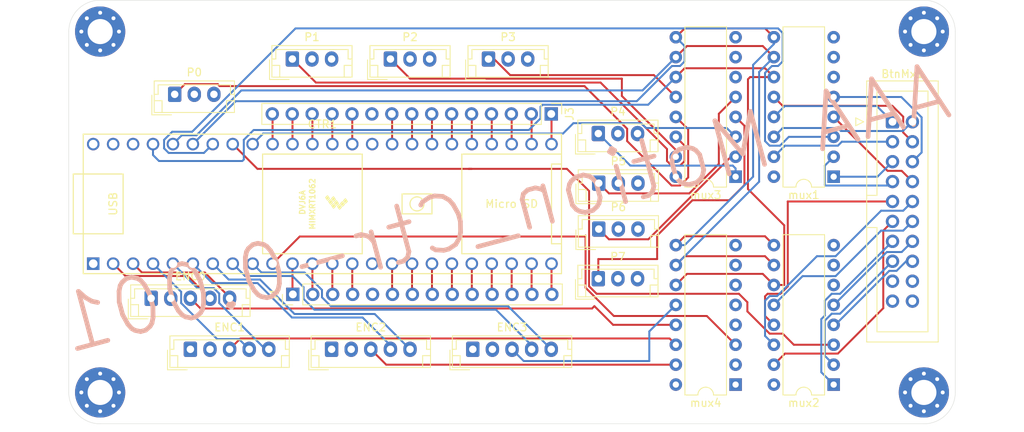
<source format=kicad_pcb>
(kicad_pcb (version 20171130) (host pcbnew 5.1.10)
  (title_block (title "A³Pandemic - A³motion") (date 2021-08-04) (rev v.0.1) (company "A³ Ambisonic Audio Adventures (Haftungsbeschränkt) UG & Co. KG"))
  (layers (0 F.Cu signal) (1 In1.Cu signal) (2 In2.Cu signal) (31 B.Cu signal) (34 B.Paste user) (35 F.Paste user) (36 B.SilkS user) (37 F.SilkS user) (38 B.Mask user) (39 F.Mask user) (44 Edge.Cuts user))
  (net 0 "")
  (net 1 "Net-(BtnMx1-Pad1)")
  (net 2 "Net-(BtnMx1-Pad3)")
  (net 3 "Net-(BtnMx1-Pad5)")
  (net 4 "Net-(BtnMx1-Pad7)")
  (net 5 "Net-(BtnMx1-Pad9)")
  (net 6 "Net-(BtnMx1-Pad11)")
  (net 7 "Net-(BtnMx1-Pad13)")
  (net 8 "Net-(BtnMx1-Pad15)")
  (net 9 "Net-(BtnMx1-Pad17)")
  (net 10 GND)
  (net 11 "Net-(BtnMx1-Pad2)")
  (net 12 "Net-(BtnMx1-Pad4)")
  (net 13 "Net-(BtnMx1-Pad6)")
  (net 14 "Net-(BtnMx1-Pad8)")
  (net 15 "Net-(BtnMx1-Pad10)")
  (net 16 "Net-(BtnMx1-Pad12)")
  (net 17 "Net-(BtnMx1-Pad14)")
  (net 18 "Net-(BtnMx1-Pad16)")
  (net 19 "Net-(BtnMx1-Pad18)")
  (net 20 +3V3)
  (net 21 "Net-(CTR1-Pad48)")
  (net 22 s0)
  (net 23 s1)
  (net 24 s2)
  (net 25 mux_btnMx1)
  (net 26 mux_btnMx2)
  (net 27 mux_porty)
  (net 28 "Net-(CTR1-Pad39)")
  (net 29 "Net-(CTR1-Pad38)")
  (net 30 "Net-(CTR1-Pad37)")
  (net 31 "Net-(CTR1-Pad36)")
  (net 32 "Net-(CTR1-Pad35)")
  (net 33 rEnc0_DT)
  (net 34 rEnc0_CLK)
  (net 35 rEnc1_DT)
  (net 36 rEnc1_CLK)
  (net 37 rEnc2_DT)
  (net 38 rEnc2_CLK)
  (net 39 rEnc3_DT)
  (net 40 rEnc3_CLK)
  (net 41 mux_btn_rEnc)
  (net 42 "Net-(CTR1-Pad11)")
  (net 43 "Net-(CTR1-Pad12)")
  (net 44 "Net-(CTR1-Pad13)")
  (net 45 "Net-(CTR1-Pad33)")
  (net 46 "Net-(CTR1-Pad32)")
  (net 47 "Net-(CTR1-Pad31)")
  (net 48 "Net-(CTR1-Pad30)")
  (net 49 "Net-(CTR1-Pad29)")
  (net 50 "Net-(CTR1-Pad28)")
  (net 51 "Net-(CTR1-Pad27)")
  (net 52 "Net-(CTR1-Pad26)")
  (net 53 "Net-(CTR1-Pad25)")
  (net 54 "Net-(CTR1-Pad24)")
  (net 55 "Net-(CTR1-Pad23)")
  (net 56 "Net-(CTR1-Pad22)")
  (net 57 "Net-(CTR1-Pad21)")
  (net 58 "Net-(CTR1-Pad14)")
  (net 59 "Net-(CTR1-Pad16)")
  (net 60 "Net-(CTR1-Pad20)")
  (net 61 "Net-(CTR1-Pad19)")
  (net 62 "Net-(CTR1-Pad18)")
  (net 63 "Net-(CTR1-Pad17)")
  (net 64 "Net-(ENC0-Pad3)")
  (net 65 "Net-(ENC1-Pad3)")
  (net 66 "Net-(ENC2-Pad3)")
  (net 67 "Net-(ENC3-Pad3)")
  (net 68 "Net-(P4-Pad1)")
  (net 69 "Net-(P6-Pad1)")
  (net 70 "Net-(P7-Pad1)")
  (net 71 "Net-(P3-Pad1)")
  (net 72 "Net-(P5-Pad1)")
  (net 73 "Net-(P0-Pad1)")
  (net 74 "Net-(P1-Pad1)")
  (net 75 "Net-(P2-Pad1)")
  (net 76 "Net-(mux4-Pad5)")
  (net 77 "Net-(mux4-Pad4)")
  (net 78 "Net-(mux4-Pad2)")
  (net 79 "Net-(mux4-Pad1)")
  (module teensy:Teensy41_my (layer F.Cu) (at 110.825001 58.965001)
    (fp_text reference CTR1 (at 0 -10.16) (layer F.SilkS))
    (fp_text value Teensy4.1)
    (fp_text user USB (at -26.67 0 270) (layer F.SilkS))
    (fp_text user "Micro SD" (at 24.13 0) (layer F.SilkS))
    (fp_text user MIMXRT1062 (at -1.27 0 -90) (layer F.SilkS) (effects (font (size 0.7 0.7))))
    (fp_text user DVJ6A (at -2.54 -0.18 -90) (layer F.SilkS) (effects (font (size 0.7 0.7))))
    (pad 17 thru_hole circle (at 11.43 7.62) (size 1.6 1.6) (drill 1.1) (layers *.Cu *.Mask) (net 63 "Net-(CTR1-Pad17)"))
    (pad 18 thru_hole circle (at 13.97 7.62) (size 1.6 1.6) (drill 1.1) (layers *.Cu *.Mask) (net 62 "Net-(CTR1-Pad18)"))
    (pad 19 thru_hole circle (at 16.51 7.62) (size 1.6 1.6) (drill 1.1) (layers *.Cu *.Mask) (net 61 "Net-(CTR1-Pad19)"))
    (pad 20 thru_hole circle (at 19.05 7.62) (size 1.6 1.6) (drill 1.1) (layers *.Cu *.Mask) (net 60 "Net-(CTR1-Pad20)"))
    (pad 16 thru_hole circle (at 8.89 7.62) (size 1.6 1.6) (drill 1.1) (layers *.Cu *.Mask) (net 59 "Net-(CTR1-Pad16)"))
    (pad 15 thru_hole circle (at 6.35 7.62) (size 1.6 1.6) (drill 1.1) (layers *.Cu *.Mask) (net 20 +3V3))
    (pad 14 thru_hole circle (at 3.81 7.62) (size 1.6 1.6) (drill 1.1) (layers *.Cu *.Mask) (net 58 "Net-(CTR1-Pad14)"))
    (pad 21 thru_hole circle (at 21.59 7.62) (size 1.6 1.6) (drill 1.1) (layers *.Cu *.Mask) (net 57 "Net-(CTR1-Pad21)"))
    (pad 22 thru_hole circle (at 24.13 7.62) (size 1.6 1.6) (drill 1.1) (layers *.Cu *.Mask) (net 56 "Net-(CTR1-Pad22)"))
    (pad 23 thru_hole circle (at 26.67 7.62) (size 1.6 1.6) (drill 1.1) (layers *.Cu *.Mask) (net 55 "Net-(CTR1-Pad23)"))
    (pad 24 thru_hole circle (at 29.21 7.62) (size 1.6 1.6) (drill 1.1) (layers *.Cu *.Mask) (net 54 "Net-(CTR1-Pad24)"))
    (pad 25 thru_hole circle (at 29.21 -7.62) (size 1.6 1.6) (drill 1.1) (layers *.Cu *.Mask) (net 53 "Net-(CTR1-Pad25)"))
    (pad 26 thru_hole circle (at 26.67 -7.62) (size 1.6 1.6) (drill 1.1) (layers *.Cu *.Mask) (net 52 "Net-(CTR1-Pad26)"))
    (pad 27 thru_hole circle (at 24.13 -7.62) (size 1.6 1.6) (drill 1.1) (layers *.Cu *.Mask) (net 51 "Net-(CTR1-Pad27)"))
    (pad 28 thru_hole circle (at 21.59 -7.62) (size 1.6 1.6) (drill 1.1) (layers *.Cu *.Mask) (net 50 "Net-(CTR1-Pad28)"))
    (pad 29 thru_hole circle (at 19.05 -7.62) (size 1.6 1.6) (drill 1.1) (layers *.Cu *.Mask) (net 49 "Net-(CTR1-Pad29)"))
    (pad 30 thru_hole circle (at 16.51 -7.62) (size 1.6 1.6) (drill 1.1) (layers *.Cu *.Mask) (net 48 "Net-(CTR1-Pad30)"))
    (pad 31 thru_hole circle (at 13.97 -7.62) (size 1.6 1.6) (drill 1.1) (layers *.Cu *.Mask) (net 47 "Net-(CTR1-Pad31)"))
    (pad 32 thru_hole circle (at 11.43 -7.62) (size 1.6 1.6) (drill 1.1) (layers *.Cu *.Mask) (net 46 "Net-(CTR1-Pad32)"))
    (pad 33 thru_hole circle (at 8.89 -7.62) (size 1.6 1.6) (drill 1.1) (layers *.Cu *.Mask) (net 45 "Net-(CTR1-Pad33)"))
    (pad 34 thru_hole circle (at 6.35 -7.62) (size 1.6 1.6) (drill 1.1) (layers *.Cu *.Mask) (net 10 GND))
    (pad 13 thru_hole circle (at 1.27 7.62) (size 1.6 1.6) (drill 1.1) (layers *.Cu *.Mask) (net 44 "Net-(CTR1-Pad13)"))
    (pad 12 thru_hole circle (at -1.27 7.62) (size 1.6 1.6) (drill 1.1) (layers *.Cu *.Mask) (net 43 "Net-(CTR1-Pad12)"))
    (pad 11 thru_hole circle (at -3.81 7.62) (size 1.6 1.6) (drill 1.1) (layers *.Cu *.Mask) (net 42 "Net-(CTR1-Pad11)"))
    (pad 10 thru_hole circle (at -6.35 7.62) (size 1.6 1.6) (drill 1.1) (layers *.Cu *.Mask) (net 41 mux_btn_rEnc))
    (pad 9 thru_hole circle (at -8.89 7.62) (size 1.6 1.6) (drill 1.1) (layers *.Cu *.Mask) (net 40 rEnc3_CLK))
    (pad 8 thru_hole circle (at -11.43 7.62) (size 1.6 1.6) (drill 1.1) (layers *.Cu *.Mask) (net 39 rEnc3_DT))
    (pad 7 thru_hole circle (at -13.97 7.62) (size 1.6 1.6) (drill 1.1) (layers *.Cu *.Mask) (net 38 rEnc2_CLK))
    (pad 6 thru_hole circle (at -16.51 7.62) (size 1.6 1.6) (drill 1.1) (layers *.Cu *.Mask) (net 37 rEnc2_DT))
    (pad 5 thru_hole circle (at -19.05 7.62) (size 1.6 1.6) (drill 1.1) (layers *.Cu *.Mask) (net 36 rEnc1_CLK))
    (pad 4 thru_hole circle (at -21.59 7.62) (size 1.6 1.6) (drill 1.1) (layers *.Cu *.Mask) (net 35 rEnc1_DT))
    (pad 3 thru_hole circle (at -24.13 7.62) (size 1.6 1.6) (drill 1.1) (layers *.Cu *.Mask) (net 34 rEnc0_CLK))
    (pad 2 thru_hole circle (at -26.67 7.62) (size 1.6 1.6) (drill 1.1) (layers *.Cu *.Mask) (net 33 rEnc0_DT))
    (pad 1 thru_hole rect (at -29.21 7.62) (size 1.6 1.6) (drill 1.1) (layers *.Cu *.Mask) (net 10 GND))
    (pad 35 thru_hole circle (at 3.81 -7.62) (size 1.6 1.6) (drill 1.1) (layers *.Cu *.Mask) (net 32 "Net-(CTR1-Pad35)"))
    (pad 36 thru_hole circle (at 1.27 -7.62) (size 1.6 1.6) (drill 1.1) (layers *.Cu *.Mask) (net 31 "Net-(CTR1-Pad36)"))
    (pad 37 thru_hole circle (at -1.27 -7.62) (size 1.6 1.6) (drill 1.1) (layers *.Cu *.Mask) (net 30 "Net-(CTR1-Pad37)"))
    (pad 38 thru_hole circle (at -3.81 -7.62) (size 1.6 1.6) (drill 1.1) (layers *.Cu *.Mask) (net 29 "Net-(CTR1-Pad38)"))
    (pad 39 thru_hole circle (at -6.35 -7.62) (size 1.6 1.6) (drill 1.1) (layers *.Cu *.Mask) (net 28 "Net-(CTR1-Pad39)"))
    (pad 40 thru_hole circle (at -8.89 -7.62) (size 1.6 1.6) (drill 1.1) (layers *.Cu *.Mask) (net 27 mux_porty))
    (pad 41 thru_hole circle (at -11.43 -7.62) (size 1.6 1.6) (drill 1.1) (layers *.Cu *.Mask) (net 26 mux_btnMx2))
    (pad 42 thru_hole circle (at -13.97 -7.62) (size 1.6 1.6) (drill 1.1) (layers *.Cu *.Mask) (net 25 mux_btnMx1))
    (pad 43 thru_hole circle (at -16.51 -7.62) (size 1.6 1.6) (drill 1.1) (layers *.Cu *.Mask) (net 24 s2))
    (pad 44 thru_hole circle (at -19.05 -7.62) (size 1.6 1.6) (drill 1.1) (layers *.Cu *.Mask) (net 23 s1))
    (pad 45 thru_hole circle (at -21.59 -7.62) (size 1.6 1.6) (drill 1.1) (layers *.Cu *.Mask) (net 22 s0))
    (pad 46 thru_hole circle (at -24.13 -7.62) (size 1.6 1.6) (drill 1.1) (layers *.Cu *.Mask) (net 20 +3V3))
    (pad 47 thru_hole circle (at -26.67 -7.62) (size 1.6 1.6) (drill 1.1) (layers *.Cu *.Mask) (net 10 GND))
    (pad 48 thru_hole circle (at -29.21 -7.62) (size 1.6 1.6) (drill 1.1) (layers *.Cu *.Mask) (net 21 "Net-(CTR1-Pad48)"))
  )
  (module MountingHole:MountingHole_3.2mm_M3_Pad_Via (layer F.Cu) (at 82.5 83)
    (fp_text reference REF** hide)
    (fp_text value MountingHole_3.2mm_M3_Pad_Via)
    (pad 1 thru_hole circle (at 1.697056 -1.697056) (size 0.8 0.8) (drill 0.5) (layers *.Cu *.Mask))
    (pad 1 thru_hole circle (at 0 -2.4) (size 0.8 0.8) (drill 0.5) (layers *.Cu *.Mask))
    (pad 1 thru_hole circle (at -1.697056 -1.697056) (size 0.8 0.8) (drill 0.5) (layers *.Cu *.Mask))
    (pad 1 thru_hole circle (at -2.4 0) (size 0.8 0.8) (drill 0.5) (layers *.Cu *.Mask))
    (pad 1 thru_hole circle (at -1.697056 1.697056) (size 0.8 0.8) (drill 0.5) (layers *.Cu *.Mask))
    (pad 1 thru_hole circle (at 0 2.4) (size 0.8 0.8) (drill 0.5) (layers *.Cu *.Mask))
    (pad 1 thru_hole circle (at 1.697056 1.697056) (size 0.8 0.8) (drill 0.5) (layers *.Cu *.Mask))
    (pad 1 thru_hole circle (at 2.4 0) (size 0.8 0.8) (drill 0.5) (layers *.Cu *.Mask))
    (pad 1 thru_hole circle (at 0 0) (size 6.4 6.4) (drill 3.2) (layers *.Cu *.Mask))
  )
  (module MountingHole:MountingHole_3.2mm_M3_Pad_Via (layer F.Cu) (at 82.5 37)
    (fp_text reference REF** hide)
    (fp_text value MountingHole_3.2mm_M3_Pad_Via)
    (pad 1 thru_hole circle (at 1.697056 -1.697056) (size 0.8 0.8) (drill 0.5) (layers *.Cu *.Mask))
    (pad 1 thru_hole circle (at 0 -2.4) (size 0.8 0.8) (drill 0.5) (layers *.Cu *.Mask))
    (pad 1 thru_hole circle (at -1.697056 -1.697056) (size 0.8 0.8) (drill 0.5) (layers *.Cu *.Mask))
    (pad 1 thru_hole circle (at -2.4 0) (size 0.8 0.8) (drill 0.5) (layers *.Cu *.Mask))
    (pad 1 thru_hole circle (at -1.697056 1.697056) (size 0.8 0.8) (drill 0.5) (layers *.Cu *.Mask))
    (pad 1 thru_hole circle (at 0 2.4) (size 0.8 0.8) (drill 0.5) (layers *.Cu *.Mask))
    (pad 1 thru_hole circle (at 1.697056 1.697056) (size 0.8 0.8) (drill 0.5) (layers *.Cu *.Mask))
    (pad 1 thru_hole circle (at 2.4 0) (size 0.8 0.8) (drill 0.5) (layers *.Cu *.Mask))
    (pad 1 thru_hole circle (at 0 0) (size 6.4 6.4) (drill 3.2) (layers *.Cu *.Mask))
  )
  (module MountingHole:MountingHole_3.2mm_M3_Pad_Via (layer F.Cu) (at 187.5 83)
    (fp_text reference REF** hide)
    (fp_text value MountingHole_3.2mm_M3_Pad_Via)
    (pad 1 thru_hole circle (at 1.697056 -1.697056) (size 0.8 0.8) (drill 0.5) (layers *.Cu *.Mask))
    (pad 1 thru_hole circle (at 0 -2.4) (size 0.8 0.8) (drill 0.5) (layers *.Cu *.Mask))
    (pad 1 thru_hole circle (at -1.697056 -1.697056) (size 0.8 0.8) (drill 0.5) (layers *.Cu *.Mask))
    (pad 1 thru_hole circle (at -2.4 0) (size 0.8 0.8) (drill 0.5) (layers *.Cu *.Mask))
    (pad 1 thru_hole circle (at -1.697056 1.697056) (size 0.8 0.8) (drill 0.5) (layers *.Cu *.Mask))
    (pad 1 thru_hole circle (at 0 2.4) (size 0.8 0.8) (drill 0.5) (layers *.Cu *.Mask))
    (pad 1 thru_hole circle (at 1.697056 1.697056) (size 0.8 0.8) (drill 0.5) (layers *.Cu *.Mask))
    (pad 1 thru_hole circle (at 2.4 0) (size 0.8 0.8) (drill 0.5) (layers *.Cu *.Mask))
    (pad 1 thru_hole circle (at 0 0) (size 6.4 6.4) (drill 3.2) (layers *.Cu *.Mask))
  )
  (module MountingHole:MountingHole_3.2mm_M3_Pad_Via (layer F.Cu) (at 187.5 37)
    (fp_text reference REF** hide)
    (fp_text value MountingHole_3.2mm_M3_Pad_Via)
    (pad 1 thru_hole circle (at 1.697056 -1.697056) (size 0.8 0.8) (drill 0.5) (layers *.Cu *.Mask))
    (pad 1 thru_hole circle (at 0 -2.4) (size 0.8 0.8) (drill 0.5) (layers *.Cu *.Mask))
    (pad 1 thru_hole circle (at -1.697056 -1.697056) (size 0.8 0.8) (drill 0.5) (layers *.Cu *.Mask))
    (pad 1 thru_hole circle (at -2.4 0) (size 0.8 0.8) (drill 0.5) (layers *.Cu *.Mask))
    (pad 1 thru_hole circle (at -1.697056 1.697056) (size 0.8 0.8) (drill 0.5) (layers *.Cu *.Mask))
    (pad 1 thru_hole circle (at 0 2.4) (size 0.8 0.8) (drill 0.5) (layers *.Cu *.Mask))
    (pad 1 thru_hole circle (at 1.697056 1.697056) (size 0.8 0.8) (drill 0.5) (layers *.Cu *.Mask))
    (pad 1 thru_hole circle (at 2.4 0) (size 0.8 0.8) (drill 0.5) (layers *.Cu *.Mask))
    (pad 1 thru_hole circle (at 0 0) (size 6.4 6.4) (drill 3.2) (layers *.Cu *.Mask))
  )
  (module Connector_IDC:IDC-Header_2x10_P2.54mm_Vertical (layer F.Cu) (at 183.5 48.5)
    (fp_text reference BtnMx1 (at 1.27 -6.1) (layer F.SilkS))
    (fp_text value Conn_02x09_Counter_Clockwise)
    (pad 1 thru_hole roundrect (at 0 0) (size 1.7 1.7) (drill 1) (layers *.Cu *.Mask) (roundrect_rratio 0.1470588235294118) (net 1 "Net-(BtnMx1-Pad1)"))
    (pad 3 thru_hole circle (at 0 2.54) (size 1.7 1.7) (drill 1) (layers *.Cu *.Mask) (net 2 "Net-(BtnMx1-Pad3)"))
    (pad 5 thru_hole circle (at 0 5.08) (size 1.7 1.7) (drill 1) (layers *.Cu *.Mask) (net 3 "Net-(BtnMx1-Pad5)"))
    (pad 7 thru_hole circle (at 0 7.62) (size 1.7 1.7) (drill 1) (layers *.Cu *.Mask) (net 4 "Net-(BtnMx1-Pad7)"))
    (pad 9 thru_hole circle (at 0 10.16) (size 1.7 1.7) (drill 1) (layers *.Cu *.Mask) (net 5 "Net-(BtnMx1-Pad9)"))
    (pad 11 thru_hole circle (at 0 12.7) (size 1.7 1.7) (drill 1) (layers *.Cu *.Mask) (net 6 "Net-(BtnMx1-Pad11)"))
    (pad 13 thru_hole circle (at 0 15.24) (size 1.7 1.7) (drill 1) (layers *.Cu *.Mask) (net 7 "Net-(BtnMx1-Pad13)"))
    (pad 15 thru_hole circle (at 0 17.78) (size 1.7 1.7) (drill 1) (layers *.Cu *.Mask) (net 8 "Net-(BtnMx1-Pad15)"))
    (pad 17 thru_hole circle (at 0 20.32) (size 1.7 1.7) (drill 1) (layers *.Cu *.Mask) (net 9 "Net-(BtnMx1-Pad17)"))
    (pad 19 thru_hole circle (at 0 22.86) (size 1.7 1.7) (drill 1) (layers *.Cu *.Mask) (net 10 GND))
    (pad 2 thru_hole circle (at 2.54 0) (size 1.7 1.7) (drill 1) (layers *.Cu *.Mask) (net 11 "Net-(BtnMx1-Pad2)"))
    (pad 4 thru_hole circle (at 2.54 2.54) (size 1.7 1.7) (drill 1) (layers *.Cu *.Mask) (net 12 "Net-(BtnMx1-Pad4)"))
    (pad 6 thru_hole circle (at 2.54 5.08) (size 1.7 1.7) (drill 1) (layers *.Cu *.Mask) (net 13 "Net-(BtnMx1-Pad6)"))
    (pad 8 thru_hole circle (at 2.54 7.62) (size 1.7 1.7) (drill 1) (layers *.Cu *.Mask) (net 14 "Net-(BtnMx1-Pad8)"))
    (pad 10 thru_hole circle (at 2.54 10.16) (size 1.7 1.7) (drill 1) (layers *.Cu *.Mask) (net 15 "Net-(BtnMx1-Pad10)"))
    (pad 12 thru_hole circle (at 2.54 12.7) (size 1.7 1.7) (drill 1) (layers *.Cu *.Mask) (net 16 "Net-(BtnMx1-Pad12)"))
    (pad 14 thru_hole circle (at 2.54 15.24) (size 1.7 1.7) (drill 1) (layers *.Cu *.Mask) (net 17 "Net-(BtnMx1-Pad14)"))
    (pad 16 thru_hole circle (at 2.54 17.78) (size 1.7 1.7) (drill 1) (layers *.Cu *.Mask) (net 18 "Net-(BtnMx1-Pad16)"))
    (pad 18 thru_hole circle (at 2.54 20.32) (size 1.7 1.7) (drill 1) (layers *.Cu *.Mask) (net 19 "Net-(BtnMx1-Pad18)"))
    (pad 20 thru_hole circle (at 2.54 22.86) (size 1.7 1.7) (drill 1) (layers *.Cu *.Mask) (net 20 +3V3))
  )
  (module Connector_JST:JST_EH_B5B-EH-A_1x05_P2.50mm_Vertical (layer F.Cu) (at 89 71)
    (fp_text reference ENC0 (at 5 -2.8) (layer F.SilkS))
    (fp_text value Conn_01x05)
    (pad 1 thru_hole roundrect (at 0 0) (size 1.7 1.95) (drill 0.95) (layers *.Cu *.Mask) (roundrect_rratio 0.1470588235294118) (net 10 GND))
    (pad 2 thru_hole oval (at 2.5 0) (size 1.7 1.95) (drill 0.95) (layers *.Cu *.Mask) (net 20 +3V3))
    (pad 3 thru_hole oval (at 5 0) (size 1.7 1.95) (drill 0.95) (layers *.Cu *.Mask) (net 64 "Net-(ENC0-Pad3)"))
    (pad 4 thru_hole oval (at 7.5 0) (size 1.7 1.95) (drill 0.95) (layers *.Cu *.Mask) (net 33 rEnc0_DT))
    (pad 5 thru_hole oval (at 10 0) (size 1.7 1.95) (drill 0.95) (layers *.Cu *.Mask) (net 34 rEnc0_CLK))
  )
  (module Connector_JST:JST_EH_B5B-EH-A_1x05_P2.50mm_Vertical (layer F.Cu) (at 94 77.5)
    (fp_text reference ENC1 (at 5 -2.8) (layer F.SilkS))
    (fp_text value Conn_01x05)
    (pad 5 thru_hole oval (at 10 0) (size 1.7 1.95) (drill 0.95) (layers *.Cu *.Mask) (net 36 rEnc1_CLK))
    (pad 4 thru_hole oval (at 7.5 0) (size 1.7 1.95) (drill 0.95) (layers *.Cu *.Mask) (net 35 rEnc1_DT))
    (pad 3 thru_hole oval (at 5 0) (size 1.7 1.95) (drill 0.95) (layers *.Cu *.Mask) (net 65 "Net-(ENC1-Pad3)"))
    (pad 2 thru_hole oval (at 2.5 0) (size 1.7 1.95) (drill 0.95) (layers *.Cu *.Mask) (net 20 +3V3))
    (pad 1 thru_hole roundrect (at 0 0) (size 1.7 1.95) (drill 0.95) (layers *.Cu *.Mask) (roundrect_rratio 0.1470588235294118) (net 10 GND))
  )
  (module Connector_JST:JST_EH_B5B-EH-A_1x05_P2.50mm_Vertical (layer F.Cu) (at 112 77.5)
    (fp_text reference ENC2 (at 5 -2.8) (layer F.SilkS))
    (fp_text value Conn_01x05)
    (pad 1 thru_hole roundrect (at 0 0) (size 1.7 1.95) (drill 0.95) (layers *.Cu *.Mask) (roundrect_rratio 0.1470588235294118) (net 10 GND))
    (pad 2 thru_hole oval (at 2.5 0) (size 1.7 1.95) (drill 0.95) (layers *.Cu *.Mask) (net 20 +3V3))
    (pad 3 thru_hole oval (at 5 0) (size 1.7 1.95) (drill 0.95) (layers *.Cu *.Mask) (net 66 "Net-(ENC2-Pad3)"))
    (pad 4 thru_hole oval (at 7.5 0) (size 1.7 1.95) (drill 0.95) (layers *.Cu *.Mask) (net 37 rEnc2_DT))
    (pad 5 thru_hole oval (at 10 0) (size 1.7 1.95) (drill 0.95) (layers *.Cu *.Mask) (net 38 rEnc2_CLK))
  )
  (module Connector_JST:JST_EH_B5B-EH-A_1x05_P2.50mm_Vertical (layer F.Cu) (at 130 77.5)
    (fp_text reference ENC3 (at 5 -2.8) (layer F.SilkS))
    (fp_text value Conn_01x05)
    (pad 5 thru_hole oval (at 10 0) (size 1.7 1.95) (drill 0.95) (layers *.Cu *.Mask) (net 40 rEnc3_CLK))
    (pad 4 thru_hole oval (at 7.5 0) (size 1.7 1.95) (drill 0.95) (layers *.Cu *.Mask) (net 39 rEnc3_DT))
    (pad 3 thru_hole oval (at 5 0) (size 1.7 1.95) (drill 0.95) (layers *.Cu *.Mask) (net 67 "Net-(ENC3-Pad3)"))
    (pad 2 thru_hole oval (at 2.5 0) (size 1.7 1.95) (drill 0.95) (layers *.Cu *.Mask) (net 20 +3V3))
    (pad 1 thru_hole roundrect (at 0 0) (size 1.7 1.95) (drill 0.95) (layers *.Cu *.Mask) (roundrect_rratio 0.1470588235294118) (net 10 GND))
  )
  (module Connector_PinHeader_2.54mm:PinHeader_1x14_P2.54mm_Vertical (layer F.Cu) (at 107.06 70.5 90)
    (fp_text reference J1 (at 0 -2.33 90) (layer F.SilkS))
    (fp_text value Conn_01x14_Male)
    (pad 1 thru_hole rect (at 0 0 90) (size 1.7 1.7) (drill 1) (layers *.Cu *.Mask) (net 42 "Net-(CTR1-Pad11)"))
    (pad 2 thru_hole oval (at 0 2.54 90) (size 1.7 1.7) (drill 1) (layers *.Cu *.Mask) (net 43 "Net-(CTR1-Pad12)"))
    (pad 3 thru_hole oval (at 0 5.08 90) (size 1.7 1.7) (drill 1) (layers *.Cu *.Mask) (net 44 "Net-(CTR1-Pad13)"))
    (pad 4 thru_hole oval (at 0 7.62 90) (size 1.7 1.7) (drill 1) (layers *.Cu *.Mask) (net 58 "Net-(CTR1-Pad14)"))
    (pad 5 thru_hole oval (at 0 10.16 90) (size 1.7 1.7) (drill 1) (layers *.Cu *.Mask) (net 20 +3V3))
    (pad 6 thru_hole oval (at 0 12.7 90) (size 1.7 1.7) (drill 1) (layers *.Cu *.Mask) (net 59 "Net-(CTR1-Pad16)"))
    (pad 7 thru_hole oval (at 0 15.24 90) (size 1.7 1.7) (drill 1) (layers *.Cu *.Mask) (net 63 "Net-(CTR1-Pad17)"))
    (pad 8 thru_hole oval (at 0 17.78 90) (size 1.7 1.7) (drill 1) (layers *.Cu *.Mask) (net 62 "Net-(CTR1-Pad18)"))
    (pad 9 thru_hole oval (at 0 20.32 90) (size 1.7 1.7) (drill 1) (layers *.Cu *.Mask) (net 61 "Net-(CTR1-Pad19)"))
    (pad 10 thru_hole oval (at 0 22.86 90) (size 1.7 1.7) (drill 1) (layers *.Cu *.Mask) (net 60 "Net-(CTR1-Pad20)"))
    (pad 11 thru_hole oval (at 0 25.4 90) (size 1.7 1.7) (drill 1) (layers *.Cu *.Mask) (net 57 "Net-(CTR1-Pad21)"))
    (pad 12 thru_hole oval (at 0 27.94 90) (size 1.7 1.7) (drill 1) (layers *.Cu *.Mask) (net 56 "Net-(CTR1-Pad22)"))
    (pad 13 thru_hole oval (at 0 30.48 90) (size 1.7 1.7) (drill 1) (layers *.Cu *.Mask) (net 55 "Net-(CTR1-Pad23)"))
    (pad 14 thru_hole oval (at 0 33.02 90) (size 1.7 1.7) (drill 1) (layers *.Cu *.Mask) (net 54 "Net-(CTR1-Pad24)"))
  )
  (module Connector_PinHeader_2.54mm:PinHeader_1x15_P2.54mm_Vertical (layer F.Cu) (at 140 47.5 270)
    (fp_text reference J3 (at 0 -2.33 90) (layer F.SilkS))
    (fp_text value Conn_01x15_Male)
    (pad 1 thru_hole rect (at 0 0 270) (size 1.7 1.7) (drill 1) (layers *.Cu *.Mask) (net 53 "Net-(CTR1-Pad25)"))
    (pad 2 thru_hole oval (at 0 2.54 270) (size 1.7 1.7) (drill 1) (layers *.Cu *.Mask) (net 52 "Net-(CTR1-Pad26)"))
    (pad 3 thru_hole oval (at 0 5.08 270) (size 1.7 1.7) (drill 1) (layers *.Cu *.Mask) (net 51 "Net-(CTR1-Pad27)"))
    (pad 4 thru_hole oval (at 0 7.62 270) (size 1.7 1.7) (drill 1) (layers *.Cu *.Mask) (net 50 "Net-(CTR1-Pad28)"))
    (pad 5 thru_hole oval (at 0 10.16 270) (size 1.7 1.7) (drill 1) (layers *.Cu *.Mask) (net 49 "Net-(CTR1-Pad29)"))
    (pad 6 thru_hole oval (at 0 12.7 270) (size 1.7 1.7) (drill 1) (layers *.Cu *.Mask) (net 48 "Net-(CTR1-Pad30)"))
    (pad 7 thru_hole oval (at 0 15.24 270) (size 1.7 1.7) (drill 1) (layers *.Cu *.Mask) (net 47 "Net-(CTR1-Pad31)"))
    (pad 8 thru_hole oval (at 0 17.78 270) (size 1.7 1.7) (drill 1) (layers *.Cu *.Mask) (net 46 "Net-(CTR1-Pad32)"))
    (pad 9 thru_hole oval (at 0 20.32 270) (size 1.7 1.7) (drill 1) (layers *.Cu *.Mask) (net 45 "Net-(CTR1-Pad33)"))
    (pad 10 thru_hole oval (at 0 22.86 270) (size 1.7 1.7) (drill 1) (layers *.Cu *.Mask) (net 10 GND))
    (pad 11 thru_hole oval (at 0 25.4 270) (size 1.7 1.7) (drill 1) (layers *.Cu *.Mask) (net 32 "Net-(CTR1-Pad35)"))
    (pad 12 thru_hole oval (at 0 27.94 270) (size 1.7 1.7) (drill 1) (layers *.Cu *.Mask) (net 31 "Net-(CTR1-Pad36)"))
    (pad 13 thru_hole oval (at 0 30.48 270) (size 1.7 1.7) (drill 1) (layers *.Cu *.Mask) (net 30 "Net-(CTR1-Pad37)"))
    (pad 14 thru_hole oval (at 0 33.02 270) (size 1.7 1.7) (drill 1) (layers *.Cu *.Mask) (net 29 "Net-(CTR1-Pad38)"))
    (pad 15 thru_hole oval (at 0 35.56 270) (size 1.7 1.7) (drill 1) (layers *.Cu *.Mask) (net 28 "Net-(CTR1-Pad39)"))
  )
  (module Package_DIP:DIP-16_W7.62mm (layer F.Cu) (at 176 55.5 180)
    (fp_text reference mux1 (at 3.81 -2.33) (layer F.SilkS))
    (fp_text value 74HC4051)
    (pad 1 thru_hole rect (at 0 0 180) (size 1.6 1.6) (drill 0.8) (layers *.Cu *.Mask) (net 3 "Net-(BtnMx1-Pad5)"))
    (pad 9 thru_hole oval (at 7.62 17.78 180) (size 1.6 1.6) (drill 0.8) (layers *.Cu *.Mask) (net 24 s2))
    (pad 2 thru_hole oval (at 0 2.54 180) (size 1.6 1.6) (drill 0.8) (layers *.Cu *.Mask) (net 4 "Net-(BtnMx1-Pad7)"))
    (pad 10 thru_hole oval (at 7.62 15.24 180) (size 1.6 1.6) (drill 0.8) (layers *.Cu *.Mask) (net 23 s1))
    (pad 3 thru_hole oval (at 0 5.08 180) (size 1.6 1.6) (drill 0.8) (layers *.Cu *.Mask) (net 25 mux_btnMx1))
    (pad 11 thru_hole oval (at 7.62 12.7 180) (size 1.6 1.6) (drill 0.8) (layers *.Cu *.Mask) (net 22 s0))
    (pad 4 thru_hole oval (at 0 7.62 180) (size 1.6 1.6) (drill 0.8) (layers *.Cu *.Mask) (net 14 "Net-(BtnMx1-Pad8)"))
    (pad 12 thru_hole oval (at 7.62 10.16 180) (size 1.6 1.6) (drill 0.8) (layers *.Cu *.Mask) (net 12 "Net-(BtnMx1-Pad4)"))
    (pad 5 thru_hole oval (at 0 10.16 180) (size 1.6 1.6) (drill 0.8) (layers *.Cu *.Mask) (net 13 "Net-(BtnMx1-Pad6)"))
    (pad 13 thru_hole oval (at 7.62 7.62 180) (size 1.6 1.6) (drill 0.8) (layers *.Cu *.Mask) (net 1 "Net-(BtnMx1-Pad1)"))
    (pad 6 thru_hole oval (at 0 12.7 180) (size 1.6 1.6) (drill 0.8) (layers *.Cu *.Mask) (net 10 GND))
    (pad 14 thru_hole oval (at 7.62 5.08 180) (size 1.6 1.6) (drill 0.8) (layers *.Cu *.Mask) (net 11 "Net-(BtnMx1-Pad2)"))
    (pad 7 thru_hole oval (at 0 15.24 180) (size 1.6 1.6) (drill 0.8) (layers *.Cu *.Mask) (net 10 GND))
    (pad 15 thru_hole oval (at 7.62 2.54 180) (size 1.6 1.6) (drill 0.8) (layers *.Cu *.Mask) (net 2 "Net-(BtnMx1-Pad3)"))
    (pad 8 thru_hole oval (at 0 17.78 180) (size 1.6 1.6) (drill 0.8) (layers *.Cu *.Mask) (net 10 GND))
    (pad 16 thru_hole oval (at 7.62 0 180) (size 1.6 1.6) (drill 0.8) (layers *.Cu *.Mask) (net 20 +3V3))
  )
  (module Package_DIP:DIP-16_W7.62mm (layer F.Cu) (at 176 82 180)
    (fp_text reference mux2 (at 3.81 -2.33) (layer F.SilkS))
    (fp_text value 74HC4051)
    (pad 16 thru_hole oval (at 7.62 0 180) (size 1.6 1.6) (drill 0.8) (layers *.Cu *.Mask) (net 20 +3V3))
    (pad 8 thru_hole oval (at 0 17.78 180) (size 1.6 1.6) (drill 0.8) (layers *.Cu *.Mask) (net 10 GND))
    (pad 15 thru_hole oval (at 7.62 2.54 180) (size 1.6 1.6) (drill 0.8) (layers *.Cu *.Mask) (net 6 "Net-(BtnMx1-Pad11)"))
    (pad 7 thru_hole oval (at 0 15.24 180) (size 1.6 1.6) (drill 0.8) (layers *.Cu *.Mask) (net 10 GND))
    (pad 14 thru_hole oval (at 7.62 5.08 180) (size 1.6 1.6) (drill 0.8) (layers *.Cu *.Mask) (net 15 "Net-(BtnMx1-Pad10)"))
    (pad 6 thru_hole oval (at 0 12.7 180) (size 1.6 1.6) (drill 0.8) (layers *.Cu *.Mask) (net 10 GND))
    (pad 13 thru_hole oval (at 7.62 7.62 180) (size 1.6 1.6) (drill 0.8) (layers *.Cu *.Mask) (net 5 "Net-(BtnMx1-Pad9)"))
    (pad 5 thru_hole oval (at 0 10.16 180) (size 1.6 1.6) (drill 0.8) (layers *.Cu *.Mask) (net 17 "Net-(BtnMx1-Pad14)"))
    (pad 12 thru_hole oval (at 7.62 10.16 180) (size 1.6 1.6) (drill 0.8) (layers *.Cu *.Mask) (net 16 "Net-(BtnMx1-Pad12)"))
    (pad 4 thru_hole oval (at 0 7.62 180) (size 1.6 1.6) (drill 0.8) (layers *.Cu *.Mask) (net 18 "Net-(BtnMx1-Pad16)"))
    (pad 11 thru_hole oval (at 7.62 12.7 180) (size 1.6 1.6) (drill 0.8) (layers *.Cu *.Mask) (net 22 s0))
    (pad 3 thru_hole oval (at 0 5.08 180) (size 1.6 1.6) (drill 0.8) (layers *.Cu *.Mask) (net 26 mux_btnMx2))
    (pad 10 thru_hole oval (at 7.62 15.24 180) (size 1.6 1.6) (drill 0.8) (layers *.Cu *.Mask) (net 23 s1))
    (pad 2 thru_hole oval (at 0 2.54 180) (size 1.6 1.6) (drill 0.8) (layers *.Cu *.Mask) (net 8 "Net-(BtnMx1-Pad15)"))
    (pad 9 thru_hole oval (at 7.62 17.78 180) (size 1.6 1.6) (drill 0.8) (layers *.Cu *.Mask) (net 24 s2))
    (pad 1 thru_hole rect (at 0 0 180) (size 1.6 1.6) (drill 0.8) (layers *.Cu *.Mask) (net 7 "Net-(BtnMx1-Pad13)"))
  )
  (module Package_DIP:DIP-16_W7.62mm (layer F.Cu) (at 163.5 55.5 180)
    (fp_text reference mux3 (at 3.81 -2.33) (layer F.SilkS))
    (fp_text value 74HC4051)
    (pad 1 thru_hole rect (at 0 0 180) (size 1.6 1.6) (drill 0.8) (layers *.Cu *.Mask) (net 68 "Net-(P4-Pad1)"))
    (pad 9 thru_hole oval (at 7.62 17.78 180) (size 1.6 1.6) (drill 0.8) (layers *.Cu *.Mask) (net 24 s2))
    (pad 2 thru_hole oval (at 0 2.54 180) (size 1.6 1.6) (drill 0.8) (layers *.Cu *.Mask) (net 69 "Net-(P6-Pad1)"))
    (pad 10 thru_hole oval (at 7.62 15.24 180) (size 1.6 1.6) (drill 0.8) (layers *.Cu *.Mask) (net 23 s1))
    (pad 3 thru_hole oval (at 0 5.08 180) (size 1.6 1.6) (drill 0.8) (layers *.Cu *.Mask) (net 27 mux_porty))
    (pad 11 thru_hole oval (at 7.62 12.7 180) (size 1.6 1.6) (drill 0.8) (layers *.Cu *.Mask) (net 22 s0))
    (pad 4 thru_hole oval (at 0 7.62 180) (size 1.6 1.6) (drill 0.8) (layers *.Cu *.Mask) (net 70 "Net-(P7-Pad1)"))
    (pad 12 thru_hole oval (at 7.62 10.16 180) (size 1.6 1.6) (drill 0.8) (layers *.Cu *.Mask) (net 71 "Net-(P3-Pad1)"))
    (pad 5 thru_hole oval (at 0 10.16 180) (size 1.6 1.6) (drill 0.8) (layers *.Cu *.Mask) (net 72 "Net-(P5-Pad1)"))
    (pad 13 thru_hole oval (at 7.62 7.62 180) (size 1.6 1.6) (drill 0.8) (layers *.Cu *.Mask) (net 73 "Net-(P0-Pad1)"))
    (pad 6 thru_hole oval (at 0 12.7 180) (size 1.6 1.6) (drill 0.8) (layers *.Cu *.Mask) (net 10 GND))
    (pad 14 thru_hole oval (at 7.62 5.08 180) (size 1.6 1.6) (drill 0.8) (layers *.Cu *.Mask) (net 74 "Net-(P1-Pad1)"))
    (pad 7 thru_hole oval (at 0 15.24 180) (size 1.6 1.6) (drill 0.8) (layers *.Cu *.Mask) (net 10 GND))
    (pad 15 thru_hole oval (at 7.62 2.54 180) (size 1.6 1.6) (drill 0.8) (layers *.Cu *.Mask) (net 75 "Net-(P2-Pad1)"))
    (pad 8 thru_hole oval (at 0 17.78 180) (size 1.6 1.6) (drill 0.8) (layers *.Cu *.Mask) (net 10 GND))
    (pad 16 thru_hole oval (at 7.62 0 180) (size 1.6 1.6) (drill 0.8) (layers *.Cu *.Mask) (net 20 +3V3))
  )
  (module Package_DIP:DIP-16_W7.62mm (layer F.Cu) (at 163.5 82 180)
    (fp_text reference mux4 (at 3.81 -2.33) (layer F.SilkS))
    (fp_text value 74HC4051)
    (pad 16 thru_hole oval (at 7.62 0 180) (size 1.6 1.6) (drill 0.8) (layers *.Cu *.Mask) (net 20 +3V3))
    (pad 8 thru_hole oval (at 0 17.78 180) (size 1.6 1.6) (drill 0.8) (layers *.Cu *.Mask) (net 10 GND))
    (pad 15 thru_hole oval (at 7.62 2.54 180) (size 1.6 1.6) (drill 0.8) (layers *.Cu *.Mask) (net 66 "Net-(ENC2-Pad3)"))
    (pad 7 thru_hole oval (at 0 15.24 180) (size 1.6 1.6) (drill 0.8) (layers *.Cu *.Mask) (net 10 GND))
    (pad 14 thru_hole oval (at 7.62 5.08 180) (size 1.6 1.6) (drill 0.8) (layers *.Cu *.Mask) (net 65 "Net-(ENC1-Pad3)"))
    (pad 6 thru_hole oval (at 0 12.7 180) (size 1.6 1.6) (drill 0.8) (layers *.Cu *.Mask) (net 10 GND))
    (pad 13 thru_hole oval (at 7.62 7.62 180) (size 1.6 1.6) (drill 0.8) (layers *.Cu *.Mask) (net 64 "Net-(ENC0-Pad3)"))
    (pad 5 thru_hole oval (at 0 10.16 180) (size 1.6 1.6) (drill 0.8) (layers *.Cu *.Mask) (net 76 "Net-(mux4-Pad5)"))
    (pad 12 thru_hole oval (at 7.62 10.16 180) (size 1.6 1.6) (drill 0.8) (layers *.Cu *.Mask) (net 67 "Net-(ENC3-Pad3)"))
    (pad 4 thru_hole oval (at 0 7.62 180) (size 1.6 1.6) (drill 0.8) (layers *.Cu *.Mask) (net 77 "Net-(mux4-Pad4)"))
    (pad 11 thru_hole oval (at 7.62 12.7 180) (size 1.6 1.6) (drill 0.8) (layers *.Cu *.Mask) (net 22 s0))
    (pad 3 thru_hole oval (at 0 5.08 180) (size 1.6 1.6) (drill 0.8) (layers *.Cu *.Mask) (net 41 mux_btn_rEnc))
    (pad 10 thru_hole oval (at 7.62 15.24 180) (size 1.6 1.6) (drill 0.8) (layers *.Cu *.Mask) (net 23 s1))
    (pad 2 thru_hole oval (at 0 2.54 180) (size 1.6 1.6) (drill 0.8) (layers *.Cu *.Mask) (net 78 "Net-(mux4-Pad2)"))
    (pad 9 thru_hole oval (at 7.62 17.78 180) (size 1.6 1.6) (drill 0.8) (layers *.Cu *.Mask) (net 24 s2))
    (pad 1 thru_hole rect (at 0 0 180) (size 1.6 1.6) (drill 0.8) (layers *.Cu *.Mask) (net 79 "Net-(mux4-Pad1)"))
  )
  (module Connector_JST:JST_EH_B3B-EH-A_1x03_P2.50mm_Vertical (layer F.Cu) (at 92 45)
    (fp_text reference P0 (at 2.5 -2.8) (layer F.SilkS))
    (fp_text value Conn_01x03)
    (pad 1 thru_hole roundrect (at 0 0) (size 1.7 1.95) (drill 0.95) (layers *.Cu *.Mask) (roundrect_rratio 0.1470588235294118) (net 73 "Net-(P0-Pad1)"))
    (pad 2 thru_hole oval (at 2.5 0) (size 1.7 1.95) (drill 0.95) (layers *.Cu *.Mask) (net 10 GND))
    (pad 3 thru_hole oval (at 5 0) (size 1.7 1.95) (drill 0.95) (layers *.Cu *.Mask) (net 20 +3V3))
  )
  (module Connector_JST:JST_EH_B3B-EH-A_1x03_P2.50mm_Vertical (layer F.Cu) (at 107 40.5)
    (fp_text reference P1 (at 2.5 -2.8) (layer F.SilkS))
    (fp_text value Conn_01x03)
    (pad 3 thru_hole oval (at 5 0) (size 1.7 1.95) (drill 0.95) (layers *.Cu *.Mask) (net 20 +3V3))
    (pad 2 thru_hole oval (at 2.5 0) (size 1.7 1.95) (drill 0.95) (layers *.Cu *.Mask) (net 10 GND))
    (pad 1 thru_hole roundrect (at 0 0) (size 1.7 1.95) (drill 0.95) (layers *.Cu *.Mask) (roundrect_rratio 0.1470588235294118) (net 74 "Net-(P1-Pad1)"))
  )
  (module Connector_JST:JST_EH_B3B-EH-A_1x03_P2.50mm_Vertical (layer F.Cu) (at 119.5 40.5)
    (fp_text reference P2 (at 2.5 -2.8) (layer F.SilkS))
    (fp_text value Conn_01x03)
    (pad 1 thru_hole roundrect (at 0 0) (size 1.7 1.95) (drill 0.95) (layers *.Cu *.Mask) (roundrect_rratio 0.1470588235294118) (net 75 "Net-(P2-Pad1)"))
    (pad 2 thru_hole oval (at 2.5 0) (size 1.7 1.95) (drill 0.95) (layers *.Cu *.Mask) (net 10 GND))
    (pad 3 thru_hole oval (at 5 0) (size 1.7 1.95) (drill 0.95) (layers *.Cu *.Mask) (net 20 +3V3))
  )
  (module Connector_JST:JST_EH_B3B-EH-A_1x03_P2.50mm_Vertical (layer F.Cu) (at 132 40.5)
    (fp_text reference P3 (at 2.5 -2.8) (layer F.SilkS))
    (fp_text value Conn_01x03)
    (pad 3 thru_hole oval (at 5 0) (size 1.7 1.95) (drill 0.95) (layers *.Cu *.Mask) (net 20 +3V3))
    (pad 2 thru_hole oval (at 2.5 0) (size 1.7 1.95) (drill 0.95) (layers *.Cu *.Mask) (net 10 GND))
    (pad 1 thru_hole roundrect (at 0 0) (size 1.7 1.95) (drill 0.95) (layers *.Cu *.Mask) (roundrect_rratio 0.1470588235294118) (net 71 "Net-(P3-Pad1)"))
  )
  (module Connector_JST:JST_EH_B3B-EH-A_1x03_P2.50mm_Vertical (layer F.Cu) (at 146 50)
    (fp_text reference P4 (at 2.5 -2.8) (layer F.SilkS))
    (fp_text value Conn_01x03)
    (pad 1 thru_hole roundrect (at 0 0) (size 1.7 1.95) (drill 0.95) (layers *.Cu *.Mask) (roundrect_rratio 0.1470588235294118) (net 68 "Net-(P4-Pad1)"))
    (pad 2 thru_hole oval (at 2.5 0) (size 1.7 1.95) (drill 0.95) (layers *.Cu *.Mask) (net 10 GND))
    (pad 3 thru_hole oval (at 5 0) (size 1.7 1.95) (drill 0.95) (layers *.Cu *.Mask) (net 20 +3V3))
  )
  (module Connector_JST:JST_EH_B3B-EH-A_1x03_P2.50mm_Vertical (layer F.Cu) (at 146.055001 56.325001)
    (fp_text reference P5 (at 2.5 -2.8) (layer F.SilkS))
    (fp_text value Conn_01x03)
    (pad 3 thru_hole oval (at 5 0) (size 1.7 1.95) (drill 0.95) (layers *.Cu *.Mask) (net 20 +3V3))
    (pad 2 thru_hole oval (at 2.5 0) (size 1.7 1.95) (drill 0.95) (layers *.Cu *.Mask) (net 10 GND))
    (pad 1 thru_hole roundrect (at 0 0) (size 1.7 1.95) (drill 0.95) (layers *.Cu *.Mask) (roundrect_rratio 0.1470588235294118) (net 72 "Net-(P5-Pad1)"))
  )
  (module Connector_JST:JST_EH_B3B-EH-A_1x03_P2.50mm_Vertical (layer F.Cu) (at 146.055001 62.175001)
    (fp_text reference P6 (at 2.5 -2.8) (layer F.SilkS))
    (fp_text value Conn_01x03)
    (pad 1 thru_hole roundrect (at 0 0) (size 1.7 1.95) (drill 0.95) (layers *.Cu *.Mask) (roundrect_rratio 0.1470588235294118) (net 69 "Net-(P6-Pad1)"))
    (pad 2 thru_hole oval (at 2.5 0) (size 1.7 1.95) (drill 0.95) (layers *.Cu *.Mask) (net 10 GND))
    (pad 3 thru_hole oval (at 5 0) (size 1.7 1.95) (drill 0.95) (layers *.Cu *.Mask) (net 20 +3V3))
  )
  (module Connector_JST:JST_EH_B3B-EH-A_1x03_P2.50mm_Vertical (layer F.Cu) (at 146 68.5)
    (fp_text reference P7 (at 2.5 -2.8) (layer F.SilkS))
    (fp_text value Conn_01x03)
    (pad 3 thru_hole oval (at 5 0) (size 1.7 1.95) (drill 0.95) (layers *.Cu *.Mask) (net 20 +3V3))
    (pad 2 thru_hole oval (at 2.5 0) (size 1.7 1.95) (drill 0.95) (layers *.Cu *.Mask) (net 10 GND))
    (pad 1 thru_hole roundrect (at 0 0) (size 1.7 1.95) (drill 0.95) (layers *.Cu *.Mask) (roundrect_rratio 0.1470588235294118) (net 70 "Net-(P7-Pad1)"))
  )
  (gr_text "AAA Motion_Ctr-0.001" (at 134 59.5 15) (layer B.SilkS) (effects (font (size 7 7) (thickness 0.6)) (justify mirror)))
  (gr_arc (start 82.5 37) (end 82.5 33) (angle -90) (layer Edge.Cuts) (width 0.05))
  (gr_arc (start 82.5 83) (end 78.5 83) (angle -90) (layer Edge.Cuts) (width 0.05))
  (gr_arc (start 187.5 83) (end 187.5 87) (angle -90) (layer Edge.Cuts) (width 0.05))
  (gr_arc (start 187.5 37) (end 191.5 37) (angle -90) (layer Edge.Cuts) (width 0.05))
  (gr_line (start 78.5 37) (end 78.5 83) (layer Edge.Cuts) (width 0.05))
  (gr_line (start 187.5 87) (end 82.5 87) (layer Edge.Cuts) (width 0.05))
  (gr_line (start 191.5 37) (end 191.5 83) (layer Edge.Cuts) (width 0.05))
  (gr_line (start 82.5 33) (end 187.5 33) (layer Edge.Cuts) (width 0.05))
  (segment (start 168.38 47.88) (end 169.76 46.5) (width 0.25) (layer B.Cu) (net 1))
  (segment (start 181.5 46.5) (end 183.5 48.5) (width 0.25) (layer B.Cu) (net 1))
  (segment (start 169.76 46.5) (end 181.5 46.5) (width 0.25) (layer B.Cu) (net 1))
  (segment (start 169.794999 51.545001) (end 168.38 52.96) (width 0.25) (layer B.Cu) (net 2))
  (segment (start 176.540001 51.545001) (end 169.794999 51.545001) (width 0.25) (layer B.Cu) (net 2))
  (segment (start 177.045002 51.04) (end 176.540001 51.545001) (width 0.25) (layer B.Cu) (net 2))
  (segment (start 183.5 51.04) (end 177.045002 51.04) (width 0.25) (layer B.Cu) (net 2))
  (segment (start 181.58 55.5) (end 183.5 53.58) (width 0.25) (layer B.Cu) (net 3))
  (segment (start 176 55.5) (end 181.58 55.5) (width 0.25) (layer B.Cu) (net 3))
  (segment (start 182.994999 56.625001) (end 183.5 56.12) (width 0.25) (layer B.Cu) (net 4))
  (segment (start 174.939999 56.625001) (end 182.994999 56.625001) (width 0.25) (layer B.Cu) (net 4))
  (segment (start 174.874999 56.560001) (end 174.939999 56.625001) (width 0.25) (layer B.Cu) (net 4))
  (segment (start 174.874999 54.085001) (end 174.874999 56.560001) (width 0.25) (layer B.Cu) (net 4))
  (segment (start 176 52.96) (end 174.874999 54.085001) (width 0.25) (layer B.Cu) (net 4))
  (segment (start 167.254999 73.254999) (end 167.254999 70.745001) (width 0.25) (layer F.Cu) (net 5))
  (segment (start 168.38 74.38) (end 167.254999 73.254999) (width 0.25) (layer F.Cu) (net 5))
  (segment (start 170.15001 69.4864) (end 170.15001 58.65001) (width 0.25) (layer F.Cu) (net 5))
  (segment (start 169.211409 70.425001) (end 170.15001 69.4864) (width 0.25) (layer F.Cu) (net 5))
  (segment (start 167.574999 70.425001) (end 169.211409 70.425001) (width 0.25) (layer F.Cu) (net 5))
  (segment (start 167.254999 70.745001) (end 167.574999 70.425001) (width 0.25) (layer F.Cu) (net 5))
  (segment (start 170.16 58.66) (end 183.5 58.66) (width 0.25) (layer F.Cu) (net 5))
  (segment (start 170.15001 58.65001) (end 170.16 58.66) (width 0.25) (layer F.Cu) (net 5))
  (segment (start 176.540001 78.045001) (end 169.794999 78.045001) (width 0.25) (layer F.Cu) (net 6))
  (segment (start 182.324999 72.260003) (end 176.540001 78.045001) (width 0.25) (layer F.Cu) (net 6))
  (segment (start 169.794999 78.045001) (end 168.38 79.46) (width 0.25) (layer F.Cu) (net 6))
  (segment (start 182.324999 62.375001) (end 182.324999 72.260003) (width 0.25) (layer F.Cu) (net 6))
  (segment (start 183.5 61.2) (end 182.324999 62.375001) (width 0.25) (layer F.Cu) (net 6))
  (segment (start 175.749997 70.425001) (end 174.874999 71.299999) (width 0.25) (layer B.Cu) (net 7))
  (segment (start 176.814999 70.425001) (end 175.749997 70.425001) (width 0.25) (layer B.Cu) (net 7))
  (segment (start 183.5 63.74) (end 176.814999 70.425001) (width 0.25) (layer B.Cu) (net 7))
  (segment (start 174.424989 80.424989) (end 176 82) (width 0.25) (layer B.Cu) (net 7))
  (segment (start 174.424989 73.653599) (end 174.424989 80.424989) (width 0.25) (layer B.Cu) (net 7))
  (segment (start 174.874999 73.203589) (end 174.424989 73.653599) (width 0.25) (layer B.Cu) (net 7))
  (segment (start 174.874999 71.299999) (end 174.874999 73.203589) (width 0.25) (layer B.Cu) (net 7))
  (segment (start 174.874999 78.334999) (end 176 79.46) (width 0.25) (layer B.Cu) (net 8))
  (segment (start 174.874999 73.839999) (end 174.874999 78.334999) (width 0.25) (layer B.Cu) (net 8))
  (segment (start 176.814999 72.965001) (end 175.749997 72.965001) (width 0.25) (layer B.Cu) (net 8))
  (segment (start 175.749997 72.965001) (end 174.874999 73.839999) (width 0.25) (layer B.Cu) (net 8))
  (segment (start 183.5 66.28) (end 176.814999 72.965001) (width 0.25) (layer B.Cu) (net 8))
  (segment (start 186.04 48.5) (end 186 48.5) (width 0.25) (layer B.Cu) (net 11))
  (segment (start 169.505001 49.294999) (end 168.38 50.42) (width 0.25) (layer B.Cu) (net 11))
  (segment (start 176.540001 49.294999) (end 169.505001 49.294999) (width 0.25) (layer B.Cu) (net 11))
  (segment (start 176.920012 49.67501) (end 176.540001 49.294999) (width 0.25) (layer B.Cu) (net 11))
  (segment (start 184.82499 49.67501) (end 176.920012 49.67501) (width 0.25) (layer B.Cu) (net 11))
  (segment (start 186 48.5) (end 184.82499 49.67501) (width 0.25) (layer B.Cu) (net 11))
  (segment (start 184.864999 47.851809) (end 184.864999 49.864999) (width 0.25) (layer F.Cu) (net 12))
  (segment (start 184.864999 49.864999) (end 186.04 51.04) (width 0.25) (layer F.Cu) (net 12))
  (segment (start 183.478191 46.465001) (end 184.864999 47.851809) (width 0.25) (layer F.Cu) (net 12))
  (segment (start 169.505001 46.465001) (end 183.478191 46.465001) (width 0.25) (layer F.Cu) (net 12))
  (segment (start 168.38 45.34) (end 169.505001 46.465001) (width 0.25) (layer F.Cu) (net 12))
  (segment (start 176 45.34) (end 176 45.5) (width 0.25) (layer B.Cu) (net 13))
  (segment (start 186.12 53.5) (end 186.04 53.58) (width 0.25) (layer B.Cu) (net 13))
  (segment (start 187.215001 52.404999) (end 186.04 53.58) (width 0.25) (layer B.Cu) (net 13))
  (segment (start 187.215001 47.935999) (end 187.215001 52.404999) (width 0.25) (layer B.Cu) (net 13))
  (segment (start 184.619002 45.34) (end 187.215001 47.935999) (width 0.25) (layer B.Cu) (net 13))
  (segment (start 176 45.34) (end 184.619002 45.34) (width 0.25) (layer B.Cu) (net 13))
  (segment (start 184.675001 54.755001) (end 186.04 56.12) (width 0.25) (layer F.Cu) (net 14))
  (segment (start 182.875001 54.755001) (end 184.675001 54.755001) (width 0.25) (layer F.Cu) (net 14))
  (segment (start 176 47.88) (end 182.875001 54.755001) (width 0.25) (layer F.Cu) (net 14))
  (segment (start 176.250003 65.634999) (end 173.865001 65.634999) (width 0.25) (layer B.Cu) (net 15))
  (segment (start 182.050001 59.835001) (end 176.250003 65.634999) (width 0.25) (layer B.Cu) (net 15))
  (segment (start 167.254999 71.299999) (end 167.254999 75.794999) (width 0.25) (layer B.Cu) (net 15))
  (segment (start 173.865001 65.634999) (end 168.785001 70.714999) (width 0.25) (layer B.Cu) (net 15))
  (segment (start 184.864999 59.835001) (end 182.050001 59.835001) (width 0.25) (layer B.Cu) (net 15))
  (segment (start 167.254999 75.794999) (end 168.38 76.92) (width 0.25) (layer B.Cu) (net 15))
  (segment (start 167.839999 70.714999) (end 167.254999 71.299999) (width 0.25) (layer B.Cu) (net 15))
  (segment (start 168.785001 70.714999) (end 167.839999 70.714999) (width 0.25) (layer B.Cu) (net 15))
  (segment (start 186.04 58.66) (end 184.864999 59.835001) (width 0.25) (layer B.Cu) (net 15))
  (segment (start 172.045001 68.174999) (end 168.38 71.84) (width 0.25) (layer B.Cu) (net 16))
  (segment (start 176.250003 68.174999) (end 172.045001 68.174999) (width 0.25) (layer B.Cu) (net 16))
  (segment (start 182.050001 62.375001) (end 176.250003 68.174999) (width 0.25) (layer B.Cu) (net 16))
  (segment (start 184.864999 62.375001) (end 182.050001 62.375001) (width 0.25) (layer B.Cu) (net 16))
  (segment (start 186.04 61.2) (end 184.864999 62.375001) (width 0.25) (layer B.Cu) (net 16))
  (segment (start 176.03641 71.84) (end 176 71.84) (width 0.25) (layer B.Cu) (net 17))
  (segment (start 184.675001 65.104999) (end 182.771411 65.104999) (width 0.25) (layer B.Cu) (net 17))
  (segment (start 182.771411 65.104999) (end 176.03641 71.84) (width 0.25) (layer B.Cu) (net 17))
  (segment (start 186.04 63.74) (end 184.675001 65.104999) (width 0.25) (layer B.Cu) (net 17))
  (segment (start 183.080998 67.5) (end 176.200998 74.38) (width 0.25) (layer B.Cu) (net 18))
  (segment (start 184.019002 67.5) (end 183.080998 67.5) (width 0.25) (layer B.Cu) (net 18))
  (segment (start 176.200998 74.38) (end 176 74.38) (width 0.25) (layer B.Cu) (net 18))
  (segment (start 185.239002 66.28) (end 184.019002 67.5) (width 0.25) (layer B.Cu) (net 18))
  (segment (start 186.04 66.28) (end 185.239002 66.28) (width 0.25) (layer B.Cu) (net 18))
  (segment (start 167.254999 41.674999) (end 168.38 42.8) (width 0.25) (layer F.Cu) (net 22))
  (segment (start 157.005001 41.674999) (end 167.254999 41.674999) (width 0.25) (layer F.Cu) (net 22))
  (segment (start 155.88 42.8) (end 157.005001 41.674999) (width 0.25) (layer F.Cu) (net 22))
  (segment (start 166.965001 67.885001) (end 168.38 69.3) (width 0.25) (layer F.Cu) (net 22))
  (segment (start 157.294999 67.885001) (end 166.965001 67.885001) (width 0.25) (layer F.Cu) (net 22))
  (segment (start 155.88 69.3) (end 157.294999 67.885001) (width 0.25) (layer F.Cu) (net 22))
  (segment (start 168.38 69.3) (end 169.7 69.3) (width 0.25) (layer F.Cu) (net 22))
  (segment (start 169.7 69.3) (end 169.7 61.7) (width 0.25) (layer F.Cu) (net 22))
  (segment (start 165.075011 57.075011) (end 165.075011 43.075011) (width 0.25) (layer F.Cu) (net 22))
  (segment (start 169.7 61.7) (end 165.075011 57.075011) (width 0.25) (layer F.Cu) (net 22))
  (segment (start 165.350022 42.8) (end 168.38 42.8) (width 0.25) (layer F.Cu) (net 22))
  (segment (start 165.075011 43.075011) (end 165.350022 42.8) (width 0.25) (layer F.Cu) (net 22))
  (segment (start 100.81 50.805) (end 100.81 53.31) (width 0.25) (layer B.Cu) (net 22))
  (segment (start 90 53.5) (end 89.235001 52.735001) (width 0.25) (layer B.Cu) (net 22))
  (segment (start 102.06501 49.54999) (end 100.81 50.805) (width 0.25) (layer B.Cu) (net 22))
  (segment (start 138.635001 48.064001) (end 137.149012 49.54999) (width 0.25) (layer B.Cu) (net 22))
  (segment (start 138.889999 46.324999) (end 138.635001 46.579997) (width 0.25) (layer B.Cu) (net 22))
  (segment (start 100.62 53.5) (end 90 53.5) (width 0.25) (layer B.Cu) (net 22))
  (segment (start 89.235001 52.735001) (end 89.235001 51.345001) (width 0.25) (layer B.Cu) (net 22))
  (segment (start 138.635001 46.579997) (end 138.635001 48.064001) (width 0.25) (layer B.Cu) (net 22))
  (segment (start 100.81 53.31) (end 100.62 53.5) (width 0.25) (layer B.Cu) (net 22))
  (segment (start 152.355001 46.324999) (end 138.889999 46.324999) (width 0.25) (layer B.Cu) (net 22))
  (segment (start 137.149012 49.54999) (end 102.06501 49.54999) (width 0.25) (layer B.Cu) (net 22))
  (segment (start 155.88 42.8) (end 152.355001 46.324999) (width 0.25) (layer B.Cu) (net 22))
  (segment (start 166.965001 38.845001) (end 168.38 40.26) (width 0.25) (layer F.Cu) (net 23))
  (segment (start 157.294999 38.845001) (end 166.965001 38.845001) (width 0.25) (layer F.Cu) (net 23))
  (segment (start 155.88 40.26) (end 157.294999 38.845001) (width 0.25) (layer F.Cu) (net 23))
  (segment (start 167.254999 65.634999) (end 168.38 66.76) (width 0.25) (layer F.Cu) (net 23))
  (segment (start 157.005001 65.634999) (end 167.254999 65.634999) (width 0.25) (layer F.Cu) (net 23))
  (segment (start 155.88 66.76) (end 157.005001 65.634999) (width 0.25) (layer F.Cu) (net 23))
  (segment (start 155.88 66.76) (end 166.5 56.14) (width 0.25) (layer B.Cu) (net 23))
  (segment (start 166.5 42.14) (end 168.38 40.26) (width 0.25) (layer B.Cu) (net 23))
  (segment (start 166.5 56.14) (end 166.5 42.14) (width 0.25) (layer B.Cu) (net 23))
  (segment (start 155.88 40.26) (end 151.64 44.5) (width 0.25) (layer B.Cu) (net 23))
  (segment (start 94.78 50.22) (end 92.900002 50.22) (width 0.25) (layer B.Cu) (net 23))
  (segment (start 100.5 44.5) (end 94.78 50.22) (width 0.25) (layer B.Cu) (net 23))
  (segment (start 92.900002 50.22) (end 91.775001 51.345001) (width 0.25) (layer B.Cu) (net 23))
  (segment (start 151.64 44.5) (end 100.5 44.5) (width 0.25) (layer B.Cu) (net 23))
  (segment (start 167.254999 36.594999) (end 168.38 37.72) (width 0.25) (layer F.Cu) (net 24))
  (segment (start 157.005001 36.594999) (end 167.254999 36.594999) (width 0.25) (layer F.Cu) (net 24))
  (segment (start 155.88 37.72) (end 157.005001 36.594999) (width 0.25) (layer F.Cu) (net 24))
  (segment (start 157.005001 63.094999) (end 167.254999 63.094999) (width 0.25) (layer F.Cu) (net 24))
  (segment (start 167.254999 63.094999) (end 168.38 64.22) (width 0.25) (layer F.Cu) (net 24))
  (segment (start 155.88 64.22) (end 157.005001 63.094999) (width 0.25) (layer F.Cu) (net 24))
  (segment (start 157.01137 64.22) (end 165.73137 55.5) (width 0.25) (layer B.Cu) (net 24))
  (segment (start 155.88 64.22) (end 157.01137 64.22) (width 0.25) (layer B.Cu) (net 24))
  (segment (start 168.38 38.594998) (end 168.38 37.72) (width 0.25) (layer B.Cu) (net 24))
  (segment (start 165.73137 41.243628) (end 168.38 38.594998) (width 0.25) (layer B.Cu) (net 24))
  (segment (start 165.73137 55.5) (end 165.73137 41.243628) (width 0.25) (layer B.Cu) (net 24))
  (segment (start 155.391409 41.385001) (end 150.901421 45.874989) (width 0.25) (layer B.Cu) (net 24))
  (segment (start 156.420001 41.385001) (end 155.391409 41.385001) (width 0.25) (layer B.Cu) (net 24))
  (segment (start 157.005001 40.800001) (end 156.420001 41.385001) (width 0.25) (layer B.Cu) (net 24))
  (segment (start 99.785013 45.874989) (end 94.315001 51.345001) (width 0.25) (layer B.Cu) (net 24))
  (segment (start 157.005001 38.845001) (end 157.005001 40.800001) (width 0.25) (layer B.Cu) (net 24))
  (segment (start 150.901421 45.874989) (end 99.785013 45.874989) (width 0.25) (layer B.Cu) (net 24))
  (segment (start 155.88 37.72) (end 157.005001 38.845001) (width 0.25) (layer B.Cu) (net 24))
  (segment (start 168.920001 36.594999) (end 107.405001 36.594999) (width 0.25) (layer B.Cu) (net 25))
  (segment (start 169.505001 40.800001) (end 169.505001 37.179999) (width 0.25) (layer B.Cu) (net 25))
  (segment (start 168.129997 41.385001) (end 168.920001 41.385001) (width 0.25) (layer B.Cu) (net 25))
  (segment (start 167.254999 42.259999) (end 168.129997 41.385001) (width 0.25) (layer B.Cu) (net 25))
  (segment (start 167.254999 50.960001) (end 167.254999 42.259999) (width 0.25) (layer B.Cu) (net 25))
  (segment (start 169.505001 37.179999) (end 168.920001 36.594999) (width 0.25) (layer B.Cu) (net 25))
  (segment (start 168.920001 41.385001) (end 169.505001 40.800001) (width 0.25) (layer B.Cu) (net 25))
  (segment (start 169.158589 51.545001) (end 167.839999 51.545001) (width 0.25) (layer B.Cu) (net 25))
  (segment (start 170.28359 50.42) (end 169.158589 51.545001) (width 0.25) (layer B.Cu) (net 25))
  (segment (start 167.839999 51.545001) (end 167.254999 50.960001) (width 0.25) (layer B.Cu) (net 25))
  (segment (start 176 50.42) (end 170.28359 50.42) (width 0.25) (layer B.Cu) (net 25))
  (segment (start 95.73 52.470002) (end 96.855001 51.345001) (width 0.25) (layer B.Cu) (net 25))
  (segment (start 91.235 52.470002) (end 95.73 52.470002) (width 0.25) (layer B.Cu) (net 25))
  (segment (start 90.65 50.805) (end 90.65 51.885002) (width 0.25) (layer B.Cu) (net 25))
  (segment (start 91.68501 49.76999) (end 90.65 50.805) (width 0.25) (layer B.Cu) (net 25))
  (segment (start 90.65 51.885002) (end 91.235 52.470002) (width 0.25) (layer B.Cu) (net 25))
  (segment (start 94.23001 49.76999) (end 91.68501 49.76999) (width 0.25) (layer B.Cu) (net 25))
  (segment (start 107.405001 36.594999) (end 94.23001 49.76999) (width 0.25) (layer B.Cu) (net 25))
  (segment (start 102.55 54.5) (end 99.395001 51.345001) (width 0.25) (layer F.Cu) (net 26))
  (segment (start 170.92 76.92) (end 169.505001 75.505001) (width 0.25) (layer F.Cu) (net 26))
  (segment (start 144.82499 69.46318) (end 144.82499 57.32499) (width 0.25) (layer F.Cu) (net 26))
  (segment (start 165 71.5) (end 163.925001 70.425001) (width 0.25) (layer F.Cu) (net 26))
  (segment (start 176 76.92) (end 170.92 76.92) (width 0.25) (layer F.Cu) (net 26))
  (segment (start 163.925001 70.425001) (end 145.786811 70.425001) (width 0.25) (layer F.Cu) (net 26))
  (segment (start 167.839999 75.505001) (end 165 72.665002) (width 0.25) (layer F.Cu) (net 26))
  (segment (start 165 72.665002) (end 165 71.5) (width 0.25) (layer F.Cu) (net 26))
  (segment (start 145.786811 70.425001) (end 144.82499 69.46318) (width 0.25) (layer F.Cu) (net 26))
  (segment (start 169.505001 75.505001) (end 167.839999 75.505001) (width 0.25) (layer F.Cu) (net 26))
  (segment (start 142 54.5) (end 129.5 54.5) (width 0.25) (layer F.Cu) (net 26))
  (segment (start 144.82499 57.32499) (end 142 54.5) (width 0.25) (layer F.Cu) (net 26))
  (segment (start 129.5 54.5) (end 102.55 54.5) (width 0.25) (layer F.Cu) (net 26))
  (segment (start 129.86181 54.5) (end 129.5 54.5) (width 0.25) (layer F.Cu) (net 26))
  (segment (start 152.081714 49.294999) (end 151.461716 48.675001) (width 0.25) (layer B.Cu) (net 27))
  (segment (start 162.374999 49.294999) (end 152.081714 49.294999) (width 0.25) (layer B.Cu) (net 27))
  (segment (start 151.461716 48.675001) (end 142.824999 48.675001) (width 0.25) (layer B.Cu) (net 27))
  (segment (start 163.5 50.42) (end 162.374999 49.294999) (width 0.25) (layer B.Cu) (net 27))
  (segment (start 142.824999 48.675001) (end 141.5 50) (width 0.25) (layer B.Cu) (net 27))
  (segment (start 103.280002 50) (end 101.935001 51.345001) (width 0.25) (layer B.Cu) (net 27))
  (segment (start 141.5 50) (end 103.280002 50) (width 0.25) (layer B.Cu) (net 27))
  (segment (start 104.475001 47.535001) (end 104.44 47.5) (width 0.25) (layer F.Cu) (net 28))
  (segment (start 104.475001 51.345001) (end 104.475001 47.535001) (width 0.25) (layer F.Cu) (net 28))
  (segment (start 107.015001 47.535001) (end 106.98 47.5) (width 0.25) (layer F.Cu) (net 29))
  (segment (start 107.015001 51.345001) (end 107.015001 47.535001) (width 0.25) (layer F.Cu) (net 29))
  (segment (start 109.555001 47.535001) (end 109.52 47.5) (width 0.25) (layer F.Cu) (net 30))
  (segment (start 109.555001 51.345001) (end 109.555001 47.535001) (width 0.25) (layer F.Cu) (net 30))
  (segment (start 112.095001 47.535001) (end 112.06 47.5) (width 0.25) (layer F.Cu) (net 31))
  (segment (start 112.095001 51.345001) (end 112.095001 47.535001) (width 0.25) (layer F.Cu) (net 31))
  (segment (start 114.635001 47.535001) (end 114.6 47.5) (width 0.25) (layer F.Cu) (net 32))
  (segment (start 114.635001 51.345001) (end 114.635001 47.535001) (width 0.25) (layer F.Cu) (net 32))
  (segment (start 85.730012 68.160012) (end 84.155001 66.585001) (width 0.25) (layer F.Cu) (net 33))
  (segment (start 93.660012 68.160012) (end 85.730012 68.160012) (width 0.25) (layer F.Cu) (net 33))
  (segment (start 96.5 71) (end 93.660012 68.160012) (width 0.25) (layer F.Cu) (net 33))
  (segment (start 87.820002 67.710002) (end 86.695001 66.585001) (width 0.25) (layer F.Cu) (net 34))
  (segment (start 95.835002 67.710002) (end 87.820002 67.710002) (width 0.25) (layer F.Cu) (net 34))
  (segment (start 99 70.875) (end 95.835002 67.710002) (width 0.25) (layer F.Cu) (net 34))
  (segment (start 99 71) (end 99 70.875) (width 0.25) (layer F.Cu) (net 34))
  (segment (start 92.82499 71.611705) (end 92.82499 70.17499) (width 0.25) (layer B.Cu) (net 35))
  (segment (start 92.82499 70.17499) (end 89.235001 66.585001) (width 0.25) (layer B.Cu) (net 35))
  (segment (start 97.413275 76.19999) (end 92.82499 71.611705) (width 0.25) (layer B.Cu) (net 35))
  (segment (start 100.19999 76.19999) (end 97.413275 76.19999) (width 0.25) (layer B.Cu) (net 35))
  (segment (start 101.5 77.5) (end 100.19999 76.19999) (width 0.25) (layer B.Cu) (net 35))
  (segment (start 94.88999 69.69999) (end 91.775001 66.585001) (width 0.25) (layer B.Cu) (net 36))
  (segment (start 97.67501 70.388295) (end 96.986705 69.69999) (width 0.25) (layer B.Cu) (net 36))
  (segment (start 97.67501 71.611705) (end 97.67501 70.388295) (width 0.25) (layer B.Cu) (net 36))
  (segment (start 96.986705 69.69999) (end 94.88999 69.69999) (width 0.25) (layer B.Cu) (net 36))
  (segment (start 103.563305 77.5) (end 97.67501 71.611705) (width 0.25) (layer B.Cu) (net 36))
  (segment (start 104 77.5) (end 103.563305 77.5) (width 0.25) (layer B.Cu) (net 36))
  (segment (start 119.5 77.5) (end 119.5 77) (width 0.25) (layer B.Cu) (net 37))
  (segment (start 106.95001 73.45001) (end 102.560032 69.060032) (width 0.25) (layer B.Cu) (net 37))
  (segment (start 115.95001 73.45001) (end 106.95001 73.45001) (width 0.25) (layer B.Cu) (net 37))
  (segment (start 96.790032 69.060032) (end 94.315001 66.585001) (width 0.25) (layer B.Cu) (net 37))
  (segment (start 102.560032 69.060032) (end 96.790032 69.060032) (width 0.25) (layer B.Cu) (net 37))
  (segment (start 119.5 77) (end 115.95001 73.45001) (width 0.25) (layer B.Cu) (net 37))
  (segment (start 122 77.5) (end 117.5 73) (width 0.25) (layer B.Cu) (net 38))
  (segment (start 107.274998 73) (end 102.88502 68.610022) (width 0.25) (layer B.Cu) (net 38))
  (segment (start 117.5 73) (end 107.274998 73) (width 0.25) (layer B.Cu) (net 38))
  (segment (start 98.880022 68.610022) (end 96.855001 66.585001) (width 0.25) (layer B.Cu) (net 38))
  (segment (start 102.88502 68.610022) (end 98.880022 68.610022) (width 0.25) (layer B.Cu) (net 38))
  (segment (start 137.5 77.5) (end 137.5 77) (width 0.25) (layer B.Cu) (net 39))
  (segment (start 107.005014 68.160012) (end 100.970012 68.160012) (width 0.25) (layer B.Cu) (net 39))
  (segment (start 100.970012 68.160012) (end 99.395001 66.585001) (width 0.25) (layer B.Cu) (net 39))
  (segment (start 108.424999 69.579997) (end 107.005014 68.160012) (width 0.25) (layer B.Cu) (net 39))
  (segment (start 108.424999 71.064001) (end 108.424999 69.579997) (width 0.25) (layer B.Cu) (net 39))
  (segment (start 109.811008 72.45001) (end 108.424999 71.064001) (width 0.25) (layer B.Cu) (net 39))
  (segment (start 132.95001 72.45001) (end 109.811008 72.45001) (width 0.25) (layer B.Cu) (net 39))
  (segment (start 137.5 77) (end 132.95001 72.45001) (width 0.25) (layer B.Cu) (net 39))
  (segment (start 108.549004 67.710002) (end 103.060002 67.710002) (width 0.25) (layer B.Cu) (net 40))
  (segment (start 110.775001 69.935999) (end 108.549004 67.710002) (width 0.25) (layer B.Cu) (net 40))
  (segment (start 111.900998 72) (end 110.775001 70.874003) (width 0.25) (layer B.Cu) (net 40))
  (segment (start 103.060002 67.710002) (end 101.935001 66.585001) (width 0.25) (layer B.Cu) (net 40))
  (segment (start 134.5 72) (end 111.900998 72) (width 0.25) (layer B.Cu) (net 40))
  (segment (start 110.775001 70.874003) (end 110.775001 69.935999) (width 0.25) (layer B.Cu) (net 40))
  (segment (start 140 77.5) (end 134.5 72) (width 0.25) (layer B.Cu) (net 40))
  (segment (start 147.980399 73.254999) (end 159.834999 73.254999) (width 0.25) (layer F.Cu) (net 41))
  (segment (start 159.834999 73.254999) (end 163.5 76.92) (width 0.25) (layer F.Cu) (net 41))
  (segment (start 144.37498 69.64958) (end 147.980399 73.254999) (width 0.25) (layer F.Cu) (net 41))
  (segment (start 144.37498 63.12502) (end 107.934982 63.12502) (width 0.25) (layer F.Cu) (net 41))
  (segment (start 144.37498 63) (end 144.37498 63.12502) (width 0.25) (layer F.Cu) (net 41))
  (segment (start 107.934982 63.12502) (end 104.475001 66.585001) (width 0.25) (layer F.Cu) (net 41))
  (segment (start 144.37498 63.12502) (end 144.37498 69.64958) (width 0.25) (layer F.Cu) (net 41))
  (segment (start 107.015001 70.455001) (end 107.06 70.5) (width 0.25) (layer F.Cu) (net 42))
  (segment (start 107.015001 66.585001) (end 107.015001 70.455001) (width 0.25) (layer F.Cu) (net 42))
  (segment (start 109.555001 70.455001) (end 109.6 70.5) (width 0.25) (layer F.Cu) (net 43))
  (segment (start 109.555001 66.585001) (end 109.555001 70.455001) (width 0.25) (layer F.Cu) (net 43))
  (segment (start 112.095001 70.455001) (end 112.14 70.5) (width 0.25) (layer F.Cu) (net 44))
  (segment (start 112.095001 66.585001) (end 112.095001 70.455001) (width 0.25) (layer F.Cu) (net 44))
  (segment (start 119.715001 47.535001) (end 119.68 47.5) (width 0.25) (layer F.Cu) (net 45))
  (segment (start 119.715001 51.345001) (end 119.715001 47.535001) (width 0.25) (layer F.Cu) (net 45))
  (segment (start 122.255001 47.535001) (end 122.22 47.5) (width 0.25) (layer F.Cu) (net 46))
  (segment (start 122.255001 51.345001) (end 122.255001 47.535001) (width 0.25) (layer F.Cu) (net 46))
  (segment (start 124.795001 47.535001) (end 124.76 47.5) (width 0.25) (layer F.Cu) (net 47))
  (segment (start 124.795001 51.345001) (end 124.795001 47.535001) (width 0.25) (layer F.Cu) (net 47))
  (segment (start 127.335001 47.535001) (end 127.3 47.5) (width 0.25) (layer F.Cu) (net 48))
  (segment (start 127.335001 51.345001) (end 127.335001 47.535001) (width 0.25) (layer F.Cu) (net 48))
  (segment (start 129.875001 47.535001) (end 129.84 47.5) (width 0.25) (layer F.Cu) (net 49))
  (segment (start 129.875001 51.345001) (end 129.875001 47.535001) (width 0.25) (layer F.Cu) (net 49))
  (segment (start 132.415001 47.535001) (end 132.38 47.5) (width 0.25) (layer F.Cu) (net 50))
  (segment (start 132.415001 51.345001) (end 132.415001 47.535001) (width 0.25) (layer F.Cu) (net 50))
  (segment (start 134.955001 47.535001) (end 134.92 47.5) (width 0.25) (layer F.Cu) (net 51))
  (segment (start 134.955001 51.345001) (end 134.955001 47.535001) (width 0.25) (layer F.Cu) (net 51))
  (segment (start 137.495001 47.535001) (end 137.46 47.5) (width 0.25) (layer F.Cu) (net 52))
  (segment (start 137.495001 51.345001) (end 137.495001 47.535001) (width 0.25) (layer F.Cu) (net 52))
  (segment (start 140.035001 47.535001) (end 140 47.5) (width 0.25) (layer F.Cu) (net 53))
  (segment (start 140.035001 51.345001) (end 140.035001 47.535001) (width 0.25) (layer F.Cu) (net 53))
  (segment (start 140.035001 70.455001) (end 140.08 70.5) (width 0.25) (layer F.Cu) (net 54))
  (segment (start 140.035001 66.585001) (end 140.035001 70.455001) (width 0.25) (layer F.Cu) (net 54))
  (segment (start 137.495001 70.455001) (end 137.54 70.5) (width 0.25) (layer F.Cu) (net 55))
  (segment (start 137.495001 66.585001) (end 137.495001 70.455001) (width 0.25) (layer F.Cu) (net 55))
  (segment (start 134.955001 70.455001) (end 135 70.5) (width 0.25) (layer F.Cu) (net 56))
  (segment (start 134.955001 66.585001) (end 134.955001 70.455001) (width 0.25) (layer F.Cu) (net 56))
  (segment (start 132.415001 70.455001) (end 132.46 70.5) (width 0.25) (layer F.Cu) (net 57))
  (segment (start 132.415001 66.585001) (end 132.415001 70.455001) (width 0.25) (layer F.Cu) (net 57))
  (segment (start 114.635001 70.455001) (end 114.68 70.5) (width 0.25) (layer F.Cu) (net 58))
  (segment (start 114.635001 66.585001) (end 114.635001 70.455001) (width 0.25) (layer F.Cu) (net 58))
  (segment (start 119.715001 70.455001) (end 119.76 70.5) (width 0.25) (layer F.Cu) (net 59))
  (segment (start 119.715001 66.585001) (end 119.715001 70.455001) (width 0.25) (layer F.Cu) (net 59))
  (segment (start 129.875001 70.455001) (end 129.92 70.5) (width 0.25) (layer F.Cu) (net 60))
  (segment (start 129.875001 66.585001) (end 129.875001 70.455001) (width 0.25) (layer F.Cu) (net 60))
  (segment (start 127.335001 70.455001) (end 127.38 70.5) (width 0.25) (layer F.Cu) (net 61))
  (segment (start 127.335001 66.585001) (end 127.335001 70.455001) (width 0.25) (layer F.Cu) (net 61))
  (segment (start 124.795001 70.455001) (end 124.84 70.5) (width 0.25) (layer F.Cu) (net 62))
  (segment (start 124.795001 66.585001) (end 124.795001 70.455001) (width 0.25) (layer F.Cu) (net 62))
  (segment (start 122.255001 70.455001) (end 122.3 70.5) (width 0.25) (layer F.Cu) (net 63))
  (segment (start 122.255001 66.585001) (end 122.255001 70.455001) (width 0.25) (layer F.Cu) (net 63))
  (segment (start 155.88 74.38) (end 147.88 74.38) (width 0.25) (layer F.Cu) (net 64))
  (segment (start 147.88 74.38) (end 145.5 72) (width 0.25) (layer F.Cu) (net 64))
  (segment (start 95.30001 72.30001) (end 94 71) (width 0.25) (layer F.Cu) (net 64))
  (segment (start 145.19999 72.30001) (end 95.30001 72.30001) (width 0.25) (layer F.Cu) (net 64))
  (segment (start 145.5 72) (end 145.19999 72.30001) (width 0.25) (layer F.Cu) (net 64))
  (segment (start 100.379999 76.120001) (end 99 77.5) (width 0.25) (layer F.Cu) (net 65))
  (segment (start 155.080001 76.120001) (end 100.379999 76.120001) (width 0.25) (layer F.Cu) (net 65))
  (segment (start 155.88 76.92) (end 155.080001 76.120001) (width 0.25) (layer F.Cu) (net 65))
  (segment (start 118.96 79.46) (end 117 77.5) (width 0.25) (layer F.Cu) (net 66))
  (segment (start 155.88 79.46) (end 118.96 79.46) (width 0.25) (layer F.Cu) (net 66))
  (segment (start 155.88 71.84) (end 152.5 75.22) (width 0.25) (layer B.Cu) (net 67))
  (segment (start 152.5 75.22) (end 152.5 79) (width 0.25) (layer B.Cu) (net 67))
  (segment (start 136.5 79) (end 135 77.5) (width 0.25) (layer B.Cu) (net 67))
  (segment (start 152.5 79) (end 136.5 79) (width 0.25) (layer B.Cu) (net 67))
  (segment (start 150.085001 54.085001) (end 146 50) (width 0.25) (layer B.Cu) (net 68))
  (segment (start 163.135001 54.085001) (end 150.085001 54.085001) (width 0.25) (layer B.Cu) (net 68))
  (segment (start 163.5 54.45) (end 163.135001 54.085001) (width 0.25) (layer B.Cu) (net 68))
  (segment (start 163.5 55.5) (end 163.5 54.45) (width 0.25) (layer B.Cu) (net 68))
  (segment (start 152.388579 63.475011) (end 162.90359 52.96) (width 0.25) (layer F.Cu) (net 69))
  (segment (start 147.355011 63.475011) (end 152.388579 63.475011) (width 0.25) (layer F.Cu) (net 69))
  (segment (start 162.90359 52.96) (end 163.5 52.96) (width 0.25) (layer F.Cu) (net 69))
  (segment (start 146.055001 62.175001) (end 147.355011 63.475011) (width 0.25) (layer F.Cu) (net 69))
  (segment (start 146 68.5) (end 146 66) (width 0.25) (layer F.Cu) (net 70))
  (segment (start 146 66) (end 153.5 66) (width 0.25) (layer F.Cu) (net 70))
  (segment (start 153.5 66) (end 153.5 63) (width 0.25) (layer F.Cu) (net 70))
  (segment (start 153.5 63) (end 158 58.5) (width 0.25) (layer F.Cu) (net 70))
  (segment (start 164.625001 49.005001) (end 163.5 47.88) (width 0.25) (layer F.Cu) (net 70))
  (segment (start 164.625001 56.560001) (end 164.625001 49.005001) (width 0.25) (layer F.Cu) (net 70))
  (segment (start 162.685002 58.5) (end 164.625001 56.560001) (width 0.25) (layer F.Cu) (net 70))
  (segment (start 158 58.5) (end 162.685002 58.5) (width 0.25) (layer F.Cu) (net 70))
  (segment (start 134.763275 42.54999) (end 153.08999 42.54999) (width 0.25) (layer F.Cu) (net 71))
  (segment (start 132.713285 40.5) (end 134.763275 42.54999) (width 0.25) (layer F.Cu) (net 71))
  (segment (start 153.08999 42.54999) (end 155.88 45.34) (width 0.25) (layer F.Cu) (net 71))
  (segment (start 132 40.5) (end 132.713285 40.5) (width 0.25) (layer F.Cu) (net 71))
  (segment (start 147.355011 57.625011) (end 157.602169 57.625011) (width 0.25) (layer F.Cu) (net 72))
  (segment (start 146.055001 56.325001) (end 147.355011 57.625011) (width 0.25) (layer F.Cu) (net 72))
  (segment (start 157.602169 57.625011) (end 161.36359 53.86359) (width 0.25) (layer F.Cu) (net 72))
  (segment (start 161.36359 47.47641) (end 163.5 45.34) (width 0.25) (layer F.Cu) (net 72))
  (segment (start 161.36359 53.86359) (end 161.36359 47.47641) (width 0.25) (layer F.Cu) (net 72))
  (segment (start 144.236725 43.95001) (end 97.736725 43.95001) (width 0.25) (layer F.Cu) (net 73))
  (segment (start 149.67501 49.388295) (end 144.236725 43.95001) (width 0.25) (layer F.Cu) (net 73))
  (segment (start 155.339999 56.625001) (end 149.67501 50.960012) (width 0.25) (layer F.Cu) (net 73))
  (segment (start 156.420001 56.625001) (end 155.339999 56.625001) (width 0.25) (layer F.Cu) (net 73))
  (segment (start 93.30001 43.69999) (end 92 45) (width 0.25) (layer F.Cu) (net 73))
  (segment (start 97.486705 43.69999) (end 93.30001 43.69999) (width 0.25) (layer F.Cu) (net 73))
  (segment (start 157.45501 55.589992) (end 156.420001 56.625001) (width 0.25) (layer F.Cu) (net 73))
  (segment (start 97.736725 43.95001) (end 97.486705 43.69999) (width 0.25) (layer F.Cu) (net 73))
  (segment (start 149.67501 50.960012) (end 149.67501 49.388295) (width 0.25) (layer F.Cu) (net 73))
  (segment (start 157.45501 49.45501) (end 157.45501 55.589992) (width 0.25) (layer F.Cu) (net 73))
  (segment (start 155.88 47.88) (end 157.45501 49.45501) (width 0.25) (layer F.Cu) (net 73))
  (segment (start 107 40.5) (end 110 43.5) (width 0.25) (layer F.Cu) (net 74))
  (segment (start 157.005001 51.545001) (end 155.88 50.42) (width 0.25) (layer F.Cu) (net 74))
  (segment (start 154.754999 51.968284) (end 154.754999 53.500001) (width 0.25) (layer F.Cu) (net 74))
  (segment (start 156.420001 54.085001) (end 157.005001 53.500001) (width 0.25) (layer F.Cu) (net 74))
  (segment (start 155.339999 54.085001) (end 156.420001 54.085001) (width 0.25) (layer F.Cu) (net 74))
  (segment (start 146.286715 43.5) (end 154.754999 51.968284) (width 0.25) (layer F.Cu) (net 74))
  (segment (start 157.005001 53.500001) (end 157.005001 51.545001) (width 0.25) (layer F.Cu) (net 74))
  (segment (start 154.754999 53.500001) (end 155.339999 54.085001) (width 0.25) (layer F.Cu) (net 74))
  (segment (start 110 43.5) (end 146.286715 43.5) (width 0.25) (layer F.Cu) (net 74))
  (segment (start 119.5 40.5) (end 122 43) (width 0.25) (layer F.Cu) (net 75))
  (segment (start 122 43) (end 149 43) (width 0.25) (layer F.Cu) (net 75))
  (segment (start 149 45.205002) (end 155.88 52.085002) (width 0.25) (layer F.Cu) (net 75))
  (segment (start 155.88 52.085002) (end 155.88 52.96) (width 0.25) (layer F.Cu) (net 75))
  (segment (start 149 43) (end 149 45.205002) (width 0.25) (layer F.Cu) (net 75))
)
</source>
